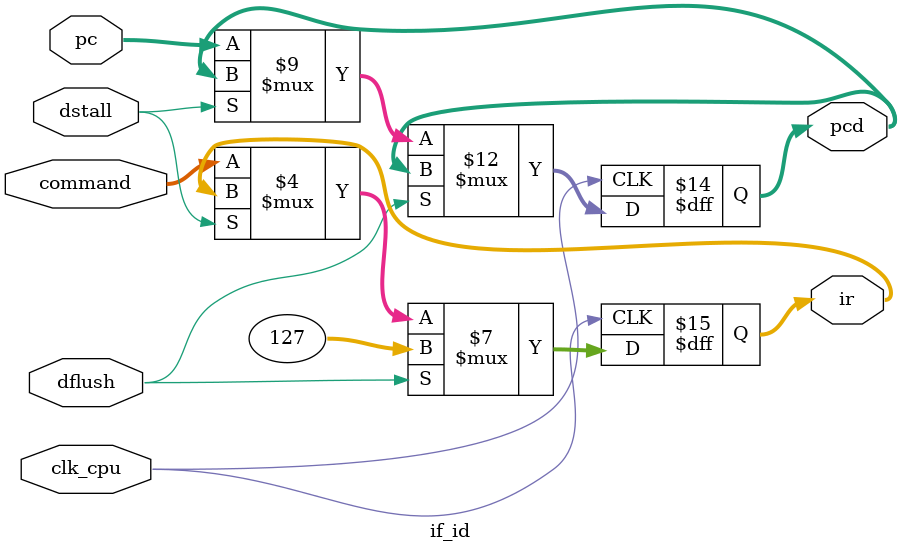
<source format=v>
`timescale 1ns / 1ps

module if_id(
input clk_cpu,dstall,dflush,
input[31:0] pc,
input[31:0] command,
output  reg[31:0] pcd,
output  reg[31:0] ir
    );
initial begin pcd<=32'h00003000;    end
always@(posedge clk_cpu)    begin
    if(dflush)  begin pcd<=pcd; ir<=32'h0000007f; end
    else    begin  if(dstall==0)  begin   pcd<=pc;   ir<=command; end   end
    end
endmodule

</source>
